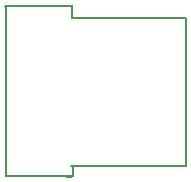
<source format=gbr>
%TF.GenerationSoftware,KiCad,Pcbnew,4.0.5+dfsg1-4*%
%TF.CreationDate,2019-06-07T17:57:55-04:00*%
%TF.ProjectId,u2f,7532662E6B696361645F706362000000,rev?*%
%TF.FileFunction,Profile,NP*%
%FSLAX46Y46*%
G04 Gerber Fmt 4.6, Leading zero omitted, Abs format (unit mm)*
G04 Created by KiCad (PCBNEW 4.0.5+dfsg1-4) date Fri Jun  7 17:57:55 2019*
%MOMM*%
%LPD*%
G01*
G04 APERTURE LIST*
%ADD10C,0.100000*%
%ADD11C,0.150000*%
G04 APERTURE END LIST*
D10*
D11*
X145237200Y-111836200D02*
X145237200Y-110871000D01*
X145008600Y-111836200D02*
X145237200Y-111836200D01*
X154838400Y-110921800D02*
X154838400Y-110083600D01*
X150190200Y-110921800D02*
X154838400Y-110921800D01*
X145135600Y-110921800D02*
X150190200Y-110921800D01*
X150012400Y-110921800D02*
X145135600Y-110921800D01*
X154838400Y-98425000D02*
X154838400Y-110185200D01*
X148844000Y-98425000D02*
X154838400Y-98425000D01*
X145211800Y-98425000D02*
X145211800Y-97358200D01*
X148894800Y-98425000D02*
X145211800Y-98425000D01*
X145135600Y-111861600D02*
X144729200Y-111861600D01*
X139598400Y-111836200D02*
X144983200Y-111836200D01*
X139598400Y-97409000D02*
X139598400Y-111836200D01*
X139547600Y-97383600D02*
X145135600Y-97383600D01*
M02*

</source>
